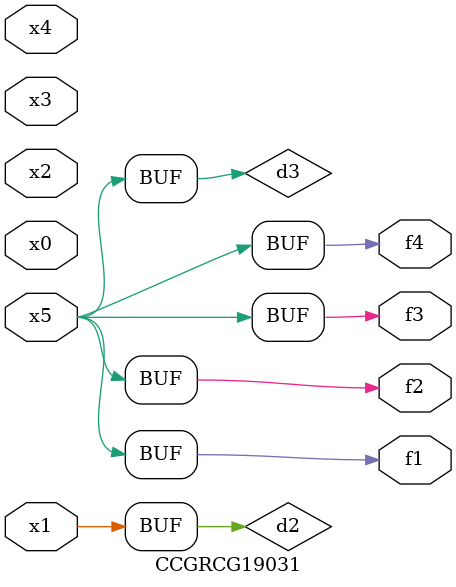
<source format=v>
module CCGRCG19031(
	input x0, x1, x2, x3, x4, x5,
	output f1, f2, f3, f4
);

	wire d1, d2, d3;

	not (d1, x5);
	or (d2, x1);
	xnor (d3, d1);
	assign f1 = d3;
	assign f2 = d3;
	assign f3 = d3;
	assign f4 = d3;
endmodule

</source>
